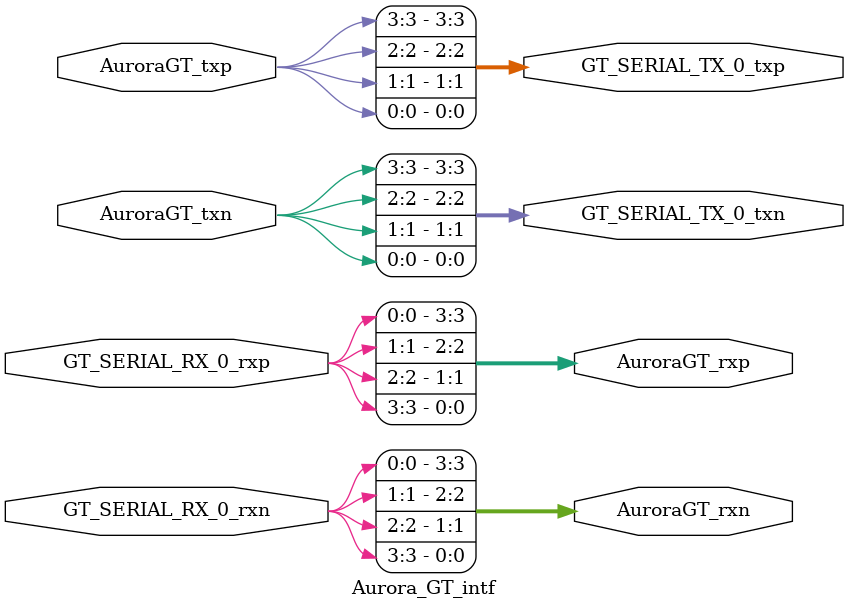
<source format=v>
`timescale 1ns / 1ps


module Aurora_GT_intf

   (
    GT_SERIAL_RX_0_rxn,
    GT_SERIAL_RX_0_rxp,
    GT_SERIAL_TX_0_txn,
    GT_SERIAL_TX_0_txp,
    
    AuroraGT_rxn,
    AuroraGT_rxp,
    AuroraGT_txn,
    AuroraGT_txp,
    );

  (* X_INTERFACE_INFO = "xilinx.com:interface:gt_rtl:1.0 gt_serial_port GRX_P" *)
    input        [                             3:0] GT_SERIAL_RX_0_rxp;
    (* X_INTERFACE_INFO = "xilinx.com:interface:gt_rtl:1.0 gt_serial_port GRX_N" *)
	input        [                             3:0] GT_SERIAL_RX_0_rxn;
 (* X_INTERFACE_INFO = "xilinx.com:interface:gt_rtl:1.0 gt_serial_port GTX_P" *)
	output       [                             3:0] GT_SERIAL_TX_0_txp; 
	(* X_INTERFACE_INFO = "xilinx.com:interface:gt_rtl:1.0 gt_serial_port GTX_N" *)
	output       [                             3:0] GT_SERIAL_TX_0_txn;
	
//	(* X_INTERFACE_INFO = "xilinx.com:interface:gt_rtl:1.0 gt_tx GRX_N" *)
//    input        [                             0:0] AuroraGT_txn;
//    (* X_INTERFACE_INFO = "xilinx.com:interface:gt_rtl:1.0 gt_tx GRX_P" *)
//	input        [                             0:0] AuroraGT_txp;
//    (* X_INTERFACE_INFO = "xilinx.com:interface:gt_rtl:1.0 gt_rx GTX_N" *)
//	output       [                             0:0] AuroraGT_rxn; 
//	(* X_INTERFACE_INFO = "xilinx.com:interface:gt_rtl:1.0 gt_rx GTX_P" *)
//	output       [                             0:0] AuroraGT_rxp;
	
////		(* X_INTERFACE_INFO = "xilinx.com:interface:diff_analog_io:1.0 AuroraGT_tx V_N" *)
//    input        [                             0:0] AuroraGT_txn;
////    (* X_INTERFACE_INFO = "xilinx.com:interface:diff_analog_io:1.0 AuroraGT_tx V_P" *)
//	input        [                             0:0] AuroraGT_txp;
////    (* X_INTERFACE_INFO = "xilinx.com:interface:diff_analog_io:1.0 AuroraGT_rx V_N" *)
//	output       [                             0:0] AuroraGT_rxn; 
////	(* X_INTERFACE_INFO = "xilinx.com:interface:diff_analog_io:1.0 AuroraGT_rx V_P" *)
//	output       [                             0:0] AuroraGT_rxp;
	
	(* X_INTERFACE_INFO = "xilinx.com:display_aurora:GT_Serial_Transceiver_Pins_TX_rtl:1.0 AuroraGT_tx TXN" *)
    input        [                             0:3] AuroraGT_txn;
    (* X_INTERFACE_INFO = "xilinx.com:display_aurora:GT_Serial_Transceiver_Pins_TX_rtl:1.0 AuroraGT_tx TXP" *)
	input        [                             0:3] AuroraGT_txp;
    (* X_INTERFACE_INFO = "xilinx.com:display_aurora:GT_Serial_Transceiver_Pins_RX_rtl:1.0 AuroraGT_rx RXN" *)
	output       [                             0:3] AuroraGT_rxn; 
	(* X_INTERFACE_INFO = "xilinx.com:display_aurora:GT_Serial_Transceiver_Pins_RX_rtl:1.0 AuroraGT_rx RXP" *)
	output       [                             0:3] AuroraGT_rxp;
	
	
	genvar i;
	generate
	for(i=0 ; i < 4; i=i+1) begin
	   assign AuroraGT_rxp[i] = GT_SERIAL_RX_0_rxp[i];
	   assign AuroraGT_rxn[i] = GT_SERIAL_RX_0_rxn[i];
	   assign GT_SERIAL_TX_0_txp[i] = AuroraGT_txp[i];
	   assign GT_SERIAL_TX_0_txn[i] = AuroraGT_txn[i];
	   end
	endgenerate
	
//	assign AuroraGT_rxp[3] = GT_SERIAL_RX_0_rxp[3];
//	assign AuroraGT_rxp[2] = GT_SERIAL_RX_0_rxp[2];
//	assign AuroraGT_rxp[1] = GT_SERIAL_RX_0_rxp[1];
//	assign AuroraGT_rxp[0] = GT_SERIAL_RX_0_rxp[0];
////	assign AuroraGT_rxp[0:3] = GT_SERIAL_RX_0_rxp[3:0];
////	assign AuroraGT_rxp[0:3] = GT_SERIAL_RX_0_rxp[3:0];
////	assign AuroraGT_rxp[0:3] = GT_SERIAL_RX_0_rxp[3:0];
	
//	assign AuroraGT_rxn = GT_SERIAL_RX_0_rxn[3:0];
//	assign GT_SERIAL_TX_0_txp[3:0] = AuroraGT_txp;
//	assign GT_SERIAL_TX_0_txn[3:0] = AuroraGT_txn;
	
//  input [0:0]GT_SERIAL_RX_0_rxn;
//  input [0:0]GT_SERIAL_RX_0_rxp;
//  output [0:0]GT_SERIAL_TX_0_txn;
//  output [0:0]GT_SERIAL_TX_0_txp;





endmodule

</source>
